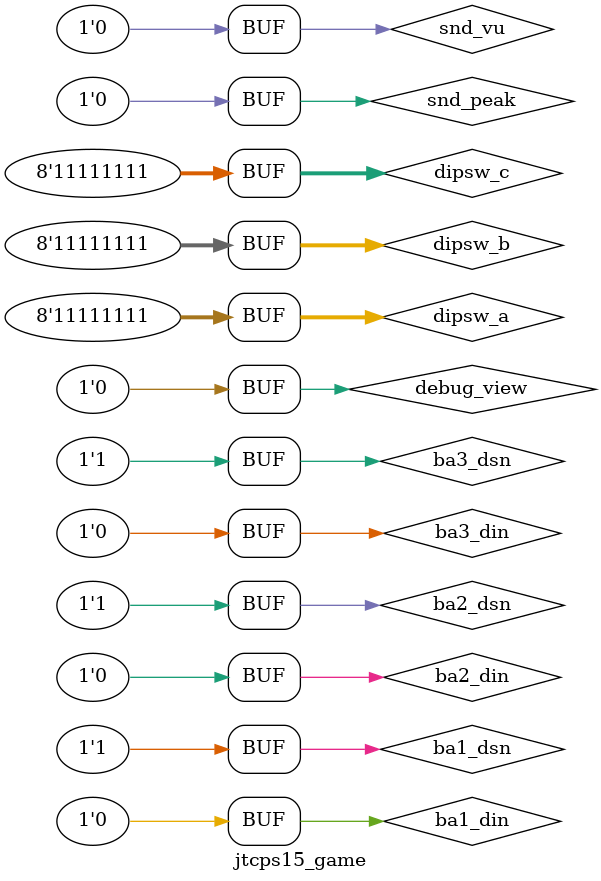
<source format=v>
/*  This file is part of JTCORES.
    JTCORES program is free software: you can redistribute it and/or modify
    it under the terms of the GNU General Public License as published by
    the Free Software Foundation, either version 3 of the License, or
    (at your option) any later version.

    JTCORES program is distributed in the hope that it will be useful,
    but WITHOUT ANY WARRANTY; without even the implied warranty of
    MERCHANTABILITY or FITNESS FOR A PARTICULAR PURPOSE.  See the
    GNU General Public License for more details.

    You should have received a copy of the GNU General Public License
    along with JTCORES.  If not, see <http://www.gnu.org/licenses/>.

    Author: Jose Tejada Gomez. Twitter: @topapate
    Version: 1.0
    Date: 26-9-2020 */

module jtcps15_game(
    `include "jtframe_game_ports.inc" // see $JTFRAME/hdl/inc/jtframe_game_ports.inc
);

wire        clk_gfx, rst_gfx, hold_rst;
wire        snd_cs, qsnd_cs, main_ram_cs, main_vram_cs, main_rom_cs,
            rom0_cs, rom1_cs,
            vram_dma_cs;
wire        HB, VB;
wire [18:0] snd_addr;
wire [22:0] qsnd_addr;
wire        prog_qsnd;
wire [ 7:0] snd_data, qsnd_data;
wire [17:1] ram_addr;
wire [21:1] main_rom_addr;
wire [15:0] main_ram_data, main_rom_data, main_dout, mmr_dout;
wire        main_rom_ok, main_ram_ok;
wire        ppu1_cs, ppu2_cs, ppu_rstn;
wire [19:0] rom1_addr, rom0_addr;
wire [31:0] rom0_data, rom1_data;
// Video RAM interface
wire [17:1] vram_dma_addr;
wire [15:0] vram_dma_data;
wire        vram_dma_ok, rom0_ok, rom1_ok, snd_ok, qsnd_ok;
wire [15:0] cpu_dout;
wire        cpu_speed;

wire        main_rnw, busreq, busack;
wire [ 7:0] dipsw_a, dipsw_b, dipsw_c;

wire        vram_clr, vram_rfsh_en;
wire [ 8:0] hdump;
wire [ 8:0] vdump, vrender;

wire        rom0_half, rom1_half;
wire        cfg_we;
wire        charger, video_flip;

// QSound - Decode keys
wire        kabuki_we, kabuki_en;

// M68k - Sound subsystem communication
wire [ 7:0] main2qs_din;
wire [23:1] main2qs_addr;
wire        main2qs_cs, main_busakn, main_waitn;

// EEPROM
wire        sclk, sdi, sdo, scs;

assign { dipsw_c, dipsw_b, dipsw_a } = ~24'd0;
assign snd_peak = 0;

wire [ 1:0] dsn;
wire        cen16, cen12, cen8, cen10b;
wire        cpu_cen, cpu_cenb;
wire        turbo;
reg         rst_game;

`include "turbo.vh"

assign snd_vu     = 0;
assign debug_view = 0;
assign ba1_din=0, ba2_din=0, ba3_din=0,
       ba1_dsn=3, ba2_dsn=3, ba3_dsn=3;

// CPU clock enable signals come from 48MHz domain
/* verilator lint_off PINMISSING */
jtframe_cen48 u_cen48(
    .clk        ( clk48         ),
    .cen16      ( cen16         ),
    .cen12      ( cen12         ),
    .cen8       ( cen8          ),
    .cen6       (               ),
    .cen4       (               ),
    .cen4_12    (               ),
    .cen3       (               ),
    .cen3q      (               ),
    .cen1p5     (               ),
    // 180 shifted signals
    .cen12b     (               ),
    .cen6b      (               ),
    .cen3b      (               ),
    .cen3qb     (               ),
    .cen1p5b    (               )
);

assign clk_gfx = clk;
assign rst_gfx = rst;

always @(posedge clk) rst_game <= hold_rst | rst48;

localparam REGSIZE=24;

// Turbo speed disables DMA
wire busreq_cpu = busreq & ~turbo;
wire busack_cpu;
assign busack = busack_cpu | turbo;

`ifndef NOMAIN
jtcps1_main u_main(
    .rst        ( rst_game          ),
    .clk        ( clk48             ),
    .cen10      ( cpu_cen           ),
    .cen10b     ( cpu_cenb          ),
    .cpu_cen    (                   ),
    .turbo      ( 1'b1              ),  // 12MHz CPU
    // Timing
    .V          ( vdump             ),
    .LVBL       ( LVBL              ),
    .LHBL       ( LHBL              ),
    // PPU
    .ppu1_cs    ( ppu1_cs           ),
    .ppu2_cs    ( ppu2_cs           ),
    .ppu_rstn   ( ppu_rstn          ),
    .mmr_dout   ( mmr_dout          ),
    // Sound
    .main2qs_din ( main2qs_din      ),
    .main2qs_addr( main2qs_addr     ),
    .main2qs_cs  ( main2qs_cs       ),
    .main2qs_busakn( main_busakn    ),
    .main2qs_waitn( main_waitn      ),
    .UDSWn      ( dsn[1]            ),
    .LDSWn      ( dsn[0]            ),
    // cabinet I/O
    // Cabinet input
    .charger     ( charger          ),
    .cab_1p      ( cab_1p           ),
    .coin        ( coin             ),
    .joystick1   ( joystick1        ),
    .joystick2   ( joystick2        ),
    .joystick3   ( joystick3        ),
    .joystick4   ( joystick4        ),
    .dial_x      ( 2'd0             ),
    .dial_y      ( 2'd0             ),
    .service     ( service          ),
    .tilt        ( 1'b1             ),
    // BUS sharing
    .busreq      ( busreq_cpu       ),
    .busack      ( busack_cpu       ),
    .RnW         ( main_rnw         ),
    // RAM/VRAM access
    .addr        ( ram_addr         ),
    .cpu_dout    ( main_dout        ),
    .ram_cs      ( main_ram_cs      ),
    .vram_cs     ( main_vram_cs     ),
    .ram_data    ( main_ram_data    ),
    .ram_ok      ( main_ram_ok      ),
    // ROM access
    .rom_cs      ( main_rom_cs      ),
    .rom_addr    ( main_rom_addr    ),
    .rom_data    ( main_rom_data    ),
    .rom_ok      ( main_rom_ok      ),
    // DIP switches
    .dip_pause   ( dip_pause        ),
    .dip_test    ( dip_test         ),
    .dipsw_a     ( dipsw_a          ),
    .dipsw_b     ( dipsw_b          ),
    .dipsw_c     ( dipsw_c          ),
    // EEPROM
    .eeprom_sclk ( sclk             ),
    .eeprom_sdi  ( sdi              ),
    .eeprom_sdo  ( sdo              ),
    .eeprom_scs  ( scs              ),
    // Unused -stuff from CPS1
    .snd_latch0  (                  ),
    .snd_latch1  (                  ),
    .joymode     ( 2'd0             )
);
`else
assign ram_addr = 17'd0;
assign main_ram_cs = 1'b0;
assign main_vram_cs = 1'b0;
assign main_rom_cs = 1'b0;
assign dsn = 2'b11;
assign main_rnw   = 1'b1;
assign sclk       = 0;
assign sdo        = 0;
assign scs        = 0;
assign busack_cpu = 1;
`endif

reg rst_video, rst_sdram;

always @(negedge clk_gfx) begin
    rst_video <= rst_gfx;
end

always @(negedge clk) begin
    rst_sdram <= rst;
end

assign dip_flip = ~video_flip;

jtcps1_video #(REGSIZE) u_video(
    .rst            ( rst_video     ),
    .clk            ( clk_gfx       ),
    .clk_cpu        ( clk48         ),
    .pxl2_cen       ( pxl2_cen      ),
    .pxl_cen        ( pxl_cen       ),

    .hdump          ( hdump         ),
    .vdump          ( vdump         ),
    .vrender        ( vrender       ),
    .gfx_en         ( gfx_en        ),
    .cpu_speed      ( cpu_speed     ),
    .charger        ( charger       ),
    .kabuki_en      ( kabuki_en     ),
    .raster         (               ),

    // CPU interface
    .ppu_rstn       ( ppu_rstn      ),
    .ppu1_cs        ( ppu1_cs       ),
    .ppu2_cs        ( ppu2_cs       ),
    .addr           ( ram_addr[12:1]),
    .dsn            ( dsn           ),      // data select, active low
    .cpu_dout       ( main_dout     ),
    .mmr_dout       ( mmr_dout      ),
    // BUS sharing
    .busreq         ( busreq        ),
    .busack         ( busack        ),

    // Video signal
    .HS             ( HS            ),
    .VS             ( VS            ),
    .LHBL           ( LHBL          ),
    .LVBL           ( LVBL          ),
    .red            ( red           ),
    .green          ( green         ),
    .blue           ( blue          ),
    .flip           ( video_flip    ),

    // CPS-B Registers
    .cfg_we         ( cfg_we        ),
    .cfg_data       ( prog_data[7:0]),

    // Extra inputs read through the C-Board
    .cab_1p   ( cab_1p  ),
    .coin     ( coin    ),
    .joystick1      ( joystick1     ),
    .joystick2      ( joystick2     ),
    .joystick3      ( joystick3     ),
    .joystick4      ( joystick4     ),

    // Video RAM interface
    .vram_dma_addr  ( vram_dma_addr ),
    .vram_dma_data  ( vram_dma_data ),
    .vram_dma_ok    ( vram_dma_ok   ),
    .vram_dma_cs    ( vram_dma_cs   ),
    .vram_dma_clr   ( vram_clr      ),
    .vram_rfsh_en   ( vram_rfsh_en  ),

    // GFX ROM interface
    .rom1_addr      ( rom1_addr     ),
    .rom1_half      ( rom1_half     ),
    .rom1_data      ( rom1_data     ),
    .rom1_cs        ( rom1_cs       ),
    .rom1_ok        ( rom1_ok       ),
    .rom0_addr      ( rom0_addr     ),
    .rom0_bank      (               ),
    .rom0_half      ( rom0_half     ),
    .rom0_data      ( rom0_data     ),
    .rom0_cs        ( rom0_cs       ),
    .rom0_ok        ( rom0_ok       ),

    .debug_bus      ( debug_bus     ),
    // unused
    .star_bank      (               ),
    .star0_addr     (               ),
    .star0_data     ( 32'd0         ),
    .star0_cs       (               ),
    .star0_ok       ( 1'd0          ),
    .star1_addr     (               ),
    .star1_data     ( 32'd0         ),
    .star1_cs       (               ),
    .star1_ok       ( 1'd0          ),
    .watch_vram_cs  ( 1'd0          ),
    .watch          (               )
);

`ifndef NOZ80
// Sound CPU cannot be disabled as there is
// interaction between both CPUs at power up
jtcps15_sound u_sound(
    .rst        ( rst               ),
    .clk48      ( clk48             ),
    .clk96      ( clk               ),
    .cen8       ( cen8              ),
    .vol_up     ( 1'b0              ),
    .vol_down   ( 1'b0              ),
    // Decode keys
    .kabuki_we  ( kabuki_we         ),
    .kabuki_en  ( kabuki_en         ),

    // Interface with main CPU
    .main_addr  ( main2qs_addr      ),
    .main_dout  ( main_dout[7:0]    ),
    .main_din   ( main2qs_din       ),
    .main_ldswn ( dsn[0]            ),
    .main_buse_n( ~main2qs_cs       ),
    .main_busakn( main_busakn       ),
    .main_waitn ( main_waitn        ),

    // ROM
    .rom_addr   ( snd_addr          ),
    .rom_cs     ( snd_cs            ),
    .rom_data   ( snd_data          ),
    .rom_ok     ( snd_ok            ),

    // QSound sample ROM
    .qsnd_addr  ( qsnd_addr         ), // max 8 MB.
    .qsnd_cs    ( qsnd_cs           ),
    .qsnd_data  ( qsnd_data         ),
    .qsnd_ok    ( qsnd_ok           ),

    // ROM programming interface
    .prog_addr  ( prog_addr[12:0]   ),
    .prog_data  ( prog_data[7:0]    ),
    .prog_we    ( prog_qsnd         ),

    // Sound output
    .left       ( snd_left          ),
    .right      ( snd_right         ),
    .sample     ( sample            ),
    .volume     (                   )
);
`else
assign snd_cs = 0;
assign snd_addr = 0;
assign qsnd_cs = 0;
assign qsnd_addr = 0;
`endif

wire nc0, nc1, nc2, nc3, nc4;

jtcps1_sdram #(.CPS(15), .REGSIZE(REGSIZE)) u_sdram (
    .rst         ( rst_sdram     ),
    .clk         ( clk           ),
    .clk_gfx     ( clk_gfx       ),
    .clk_cpu     ( clk48         ),
    .LVBL        ( LVBL          ),
    .hold_rst    ( hold_rst      ),

    .ioctl_rom   ( ioctl_rom     ),
    .dwnld_busy  ( dwnld_busy    ),
    .cfg_we      ( cfg_we        ),

    // ROM LOAD
    .ioctl_addr  ( ioctl_addr    ),
    .ioctl_dout  ( ioctl_dout    ),
    .ioctl_din   ( ioctl_din     ),
    .ioctl_wr    ( ioctl_wr      ),
    .ioctl_ram   ( ioctl_ram     ),
    .prog_addr   ({nc4,prog_addr}),
    .prog_data   ( prog_data     ),
    .prog_mask   ( prog_mask     ),
    .prog_ba     ( prog_ba       ),
    .prog_we     ( prog_we       ),
    .prog_rd     ( prog_rd       ),
    .prog_rdy    ( prog_rdy      ),
    .prog_qsnd   ( prog_qsnd     ),
    // Kabuki decoder (CPS 1.5)
    .kabuki_we   ( kabuki_we     ),

    // EEPROM
    .sclk           ( sclk          ),
    .sdi            ( sdi           ),
    .sdo            ( sdo           ),
    .scs            ( scs           ),

    // Main CPU
    .main_rom_cs    ( main_rom_cs   ),
    .main_rom_ok    ( main_rom_ok   ),
    .main_rom_addr  ( main_rom_addr ),
    .main_rom_data  ( main_rom_data ),

    // VRAM
    .vram_clr       ( vram_clr      ),
    .vram_dma_cs    ( vram_dma_cs   ),
    .main_ram_cs    ( main_ram_cs   ),
    .main_vram_cs   ( main_vram_cs  ),
    .vram_rfsh_en   ( vram_rfsh_en  ),

    // Object RAM (CPS2)
    .main_oram_cs   ( 1'b0          ),

    .dsn            ( dsn           ),
    .main_dout      ( main_dout     ),
    .main_rnw       ( main_rnw      ),

    .main_ram_ok    ( main_ram_ok   ),
    .vram_dma_ok    ( vram_dma_ok   ),

    .main_ram_addr  ( ram_addr      ),
    .vram_dma_addr  ( vram_dma_addr ),

    .main_ram_data  ( main_ram_data ),
    .vram_dma_data  ( vram_dma_data ),

    // Sound CPU and PCM
    .snd_cs      ( snd_cs        ),
    .pcm_cs      ( qsnd_cs       ),

    .snd_ok      ( snd_ok        ),
    .pcm_ok      ( qsnd_ok       ),

    .snd_addr    ( snd_addr      ),
    .pcm_addr    ( qsnd_addr     ),

    .snd_data    ( snd_data      ),
    .pcm_data    ( qsnd_data     ),

    // Graphics
    .rom0_cs     ( rom0_cs       ),
    .rom1_cs     ( rom1_cs       ),

    .rom0_ok     ( rom0_ok       ),
    .rom1_ok     ( rom1_ok       ),

    .rom0_addr   ( rom0_addr     ),
    .rom1_addr   ( rom1_addr     ),

    .rom0_half   ( rom0_half     ),
    .rom1_half   ( rom1_half     ),

    .rom0_data   ( rom0_data     ),
    .rom1_data   ( rom1_data     ),

    .star0_addr  ( 13'd0         ),
    .star0_data  (               ),
    .star0_ok    (               ),
    .star0_cs    ( 1'b0          ),

    .star1_addr  ( 13'd0         ),
    .star1_data  (               ),
    .star1_ok    (               ),
    .star1_cs    ( 1'b0          ),

    // Bank 0: allows R/W
    .ba0_addr    ( {nc0,ba0_addr}),
    .ba1_addr    ( {nc1,ba1_addr}),
    .ba2_addr    ( {nc2,ba2_addr}),
    .ba3_addr    ( {nc3,ba3_addr}),
    .ba_rd       ( ba_rd         ),
    .ba_wr       ( ba_wr         ),
    .ba_ack      ( ba_ack        ),
    .ba_dst      ( ba_dst        ),
    .ba_dok      ( ba_dok        ),
    .ba_rdy      ( ba_rdy        ),
    .ba0_din     ( ba0_din       ),
    .ba0_dsn     ( ba0_dsn       ),

    .data_read   ( data_read     ),
    // Unused - CPS2
    .rom0_bank    ( 2'd0         ),
    .star_bank    ( 1'd0         ),
    .cps2_key_we  (              ),
    .cps2_joymode (              ),
    .dump_flag    (              )
);

endmodule

</source>
